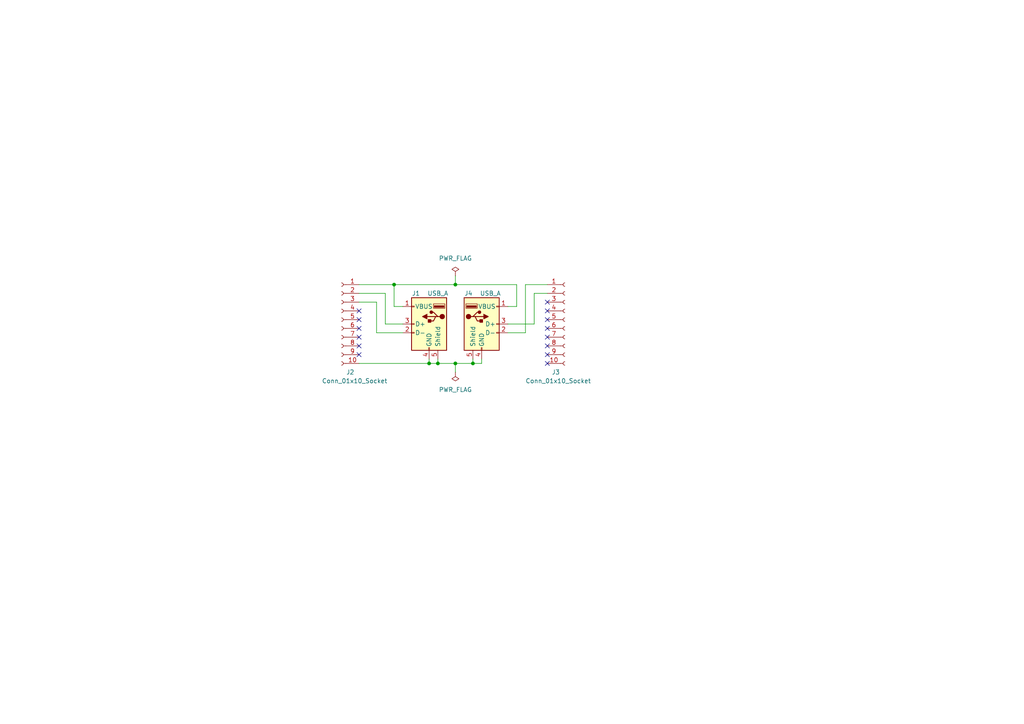
<source format=kicad_sch>
(kicad_sch (version 20230121) (generator eeschema)
  (paper "A4")
  (title_block (title "USB 2 Interface for Bitcraze Crazyflie 2.0") (date "2023-10-06") (company "Jose Ignacio Granados Marín") (comment 1 "Desarrollo de un vehículo aéreo no tripulado modular de bajo costo") (comment 2 "Trabajo Final de Graduación") (comment 3 "Área Académica de Ingeniería en Computadores") (comment 4 "Instituto Tecnológico de Costa Rica"))
  (lib_symbols
    (symbol "Connector:Conn_01x10_Socket" (pin_names (offset 1.016) hide)
      (property "Reference" "J" (at 0 12.7 0))
      (property "Value" "Conn_01x10_Socket" (at 0 -15.24 0))
      (symbol "Conn_01x10_Socket_1_1"
        (arc (start 0 -12.192) (mid -0.5058 -12.7) (end 0 -13.208) (stroke (width 0.1524)))
        (arc (start 0 -9.652) (mid -0.5058 -10.16) (end 0 -10.668) (stroke (width 0.1524)))
        (arc (start 0 -7.112) (mid -0.5058 -7.62) (end 0 -8.128) (stroke (width 0.1524)))
        (arc (start 0 -4.572) (mid -0.5058 -5.08) (end 0 -5.588) (stroke (width 0.1524)))
        (arc (start 0 -2.032) (mid -0.5058 -2.54) (end 0 -3.048) (stroke (width 0.1524)))
        (polyline (pts (xy -1.27 -12.7) (xy -0.508 -12.7)) (stroke (width 0.1524)))
        (polyline (pts (xy -1.27 -10.16) (xy -0.508 -10.16)) (stroke (width 0.1524)))
        (polyline (pts (xy -1.27 -7.62) (xy -0.508 -7.62)) (stroke (width 0.1524)))
        (polyline (pts (xy -1.27 -5.08) (xy -0.508 -5.08)) (stroke (width 0.1524)))
        (polyline (pts (xy -1.27 -2.54) (xy -0.508 -2.54)) (stroke (width 0.1524)))
        (polyline (pts (xy -1.27 0) (xy -0.508 0)) (stroke (width 0.1524)))
        (polyline (pts (xy -1.27 2.54) (xy -0.508 2.54)) (stroke (width 0.1524)))
        (polyline (pts (xy -1.27 5.08) (xy -0.508 5.08)) (stroke (width 0.1524)))
        (polyline (pts (xy -1.27 7.62) (xy -0.508 7.62)) (stroke (width 0.1524)))
        (polyline (pts (xy -1.27 10.16) (xy -0.508 10.16)) (stroke (width 0.1524)))
        (arc (start 0 0.508) (mid -0.5058 0) (end 0 -0.508) (stroke (width 0.1524)))
        (arc (start 0 3.048) (mid -0.5058 2.54) (end 0 2.032) (stroke (width 0.1524)))
        (arc (start 0 5.588) (mid -0.5058 5.08) (end 0 4.572) (stroke (width 0.1524)))
        (arc (start 0 8.128) (mid -0.5058 7.62) (end 0 7.112) (stroke (width 0.1524)))
        (arc (start 0 10.668) (mid -0.5058 10.16) (end 0 9.652) (stroke (width 0.1524)))
        (pin passive line (at -5.08 10.16 0) (length 3.81) (name "Pin_1") (number "1"))
        (pin passive line (at -5.08 -12.7 0) (length 3.81) (name "Pin_10") (number "10"))
        (pin passive line (at -5.08 7.62 0) (length 3.81) (name "Pin_2") (number "2"))
        (pin passive line (at -5.08 5.08 0) (length 3.81) (name "Pin_3") (number "3"))
        (pin passive line (at -5.08 2.54 0) (length 3.81) (name "Pin_4") (number "4"))
        (pin passive line (at -5.08 0 0) (length 3.81) (name "Pin_5") (number "5"))
        (pin passive line (at -5.08 -2.54 0) (length 3.81) (name "Pin_6") (number "6"))
        (pin passive line (at -5.08 -5.08 0) (length 3.81) (name "Pin_7") (number "7"))
        (pin passive line (at -5.08 -7.62 0) (length 3.81) (name "Pin_8") (number "8"))
        (pin passive line (at -5.08 -10.16 0) (length 3.81) (name "Pin_9") (number "9"))
      )
    )
    (symbol "Connector:USB_A" (pin_names (offset 1.016))
      (property "Reference" "J" (at -5.08 11.43 0))
      (property "Value" "USB_A" (at -5.08 8.89 0))
      (symbol "USB_A_0_1"
        (rectangle (start -5.08 -7.62) (end 5.08 7.62) (stroke (width 0.254)) (fill (type background)))
        (circle (center -3.81 2.159) (radius 0.635) (stroke (width 0.254)) (fill (type outline)))
        (rectangle (start -1.524 4.826) (end -4.318 5.334) (fill (type outline)))
        (rectangle (start -1.27 4.572) (end -4.572 5.842))
        (circle (center -0.635 3.429) (radius 0.381) (stroke (width 0.254)) (fill (type outline)))
        (rectangle (start -0.127 -7.62) (end 0.127 -6.858))
        (polyline (pts (xy -3.175 2.159) (xy -2.54 2.159) (xy -1.27 3.429) (xy -0.635 3.429)) (stroke (width 0.254)))
        (polyline (pts (xy -2.54 2.159) (xy -1.905 2.159) (xy -1.27 0.889) (xy 0 0.889)) (stroke (width 0.254)))
        (polyline (pts (xy 0.635 2.794) (xy 0.635 1.524) (xy 1.905 2.159) (xy 0.635 2.794)) (stroke (width 0.254)) (fill (type outline)))
        (rectangle (start 0.254 1.27) (end -0.508 0.508) (stroke (width 0.254)) (fill (type outline)))
        (rectangle (start 5.08 -2.667) (end 4.318 -2.413))
        (rectangle (start 5.08 -0.127) (end 4.318 0.127))
        (rectangle (start 5.08 4.953) (end 4.318 5.207))
      )
      (symbol "USB_A_1_1"
        (polyline (pts (xy -1.905 2.159) (xy 0.635 2.159)) (stroke (width 0.254)))
        (pin power_in line (at 7.62 5.08 180) (length 2.54) (name "VBUS") (number "1"))
        (pin bidirectional line (at 7.62 -2.54 180) (length 2.54) (name "D-") (number "2"))
        (pin bidirectional line (at 7.62 0 180) (length 2.54) (name "D+") (number "3"))
        (pin power_in line (at 0 -10.16 90) (length 2.54) (name "GND") (number "4"))
        (pin passive line (at -2.54 -10.16 90) (length 2.54) (name "Shield") (number "5"))
      )
    )
    (symbol "power:PWR_FLAG" (power) (pin_numbers hide) (pin_names (offset 0) hide)
      (property "Value" "PWR_FLAG" (at 0 3.81 0))
      (symbol "PWR_FLAG_0_0"
        (pin power_out line (at 0 0 90) (length 0) (name "pwr") (number "1"))
      )
      (symbol "PWR_FLAG_0_1"
        (polyline (pts (xy 0 0) (xy 0 1.27) (xy -1.016 1.905) (xy 0 2.54) (xy 1.016 1.905) (xy 0 1.27)))
      )
    )
  )
  (junction (at 114.3 82.55))
  (junction (at 124.46 105.41))
  (junction (at 132.08 105.41))
  (junction (at 127 105.41))
  (junction (at 137.16 105.41))
  (junction (at 132.08 82.55))
  (no_connect (at 104.14 90.17))
  (no_connect (at 104.14 95.25))
  (no_connect (at 158.75 87.63))
  (no_connect (at 158.75 105.41))
  (no_connect (at 104.14 102.87))
  (no_connect (at 104.14 100.33))
  (no_connect (at 158.75 102.87))
  (no_connect (at 158.75 95.25))
  (no_connect (at 158.75 97.79))
  (no_connect (at 158.75 90.17))
  (no_connect (at 104.14 92.71))
  (no_connect (at 104.14 97.79))
  (no_connect (at 158.75 92.71))
  (no_connect (at 158.75 100.33))
  (wire (pts (xy 127 104.14) (xy 127 105.41)))
  (wire (pts (xy 152.4 82.55) (xy 158.75 82.55)))
  (wire (pts (xy 116.84 96.52) (xy 109.22 96.52)))
  (wire (pts (xy 147.32 93.98) (xy 154.94 93.98)))
  (wire (pts (xy 154.94 93.98) (xy 154.94 85.09)))
  (wire (pts (xy 109.22 87.63) (xy 104.14 87.63)))
  (wire (pts (xy 139.7 105.41) (xy 137.16 105.41)))
  (wire (pts (xy 124.46 104.14) (xy 124.46 105.41)))
  (wire (pts (xy 132.08 105.41) (xy 127 105.41)))
  (wire (pts (xy 114.3 82.55) (xy 114.3 88.9)))
  (wire (pts (xy 149.86 88.9) (xy 147.32 88.9)))
  (wire (pts (xy 124.46 105.41) (xy 104.14 105.41)))
  (wire (pts (xy 137.16 104.14) (xy 137.16 105.41)))
  (wire (pts (xy 132.08 82.55) (xy 114.3 82.55)))
  (wire (pts (xy 127 105.41) (xy 124.46 105.41)))
  (wire (pts (xy 154.94 85.09) (xy 158.75 85.09)))
  (wire (pts (xy 132.08 105.41) (xy 137.16 105.41)))
  (wire (pts (xy 149.86 88.9) (xy 149.86 82.55)))
  (wire (pts (xy 152.4 96.52) (xy 152.4 82.55)))
  (wire (pts (xy 111.76 93.98) (xy 111.76 85.09)))
  (wire (pts (xy 132.08 80.01) (xy 132.08 82.55)))
  (wire (pts (xy 139.7 104.14) (xy 139.7 105.41)))
  (wire (pts (xy 116.84 93.98) (xy 111.76 93.98)))
  (wire (pts (xy 147.32 96.52) (xy 152.4 96.52)))
  (wire (pts (xy 116.84 88.9) (xy 114.3 88.9)))
  (wire (pts (xy 132.08 82.55) (xy 149.86 82.55)))
  (wire (pts (xy 111.76 85.09) (xy 104.14 85.09)))
  (wire (pts (xy 114.3 82.55) (xy 104.14 82.55)))
  (wire (pts (xy 132.08 107.95) (xy 132.08 105.41)))
  (wire (pts (xy 109.22 96.52) (xy 109.22 87.63)))
  (symbol (lib_id "power:PWR_FLAG") (at 132.08 80.01 0) (unit 1)
    (property "Reference" "#FLG02" (effects hide))
    (property "Value" "PWR_FLAG" (at 132.08 74.93 0))
  )
  (symbol (lib_id "Connector:Conn_01x10_Socket") (at 99.06 92.71 0) (mirror y) (unit 1)
    (property "Reference" "J2" (at 101.6 107.95 0))
    (property "Value" "Conn_01x10_Socket" (at 102.87 110.49 0))
    (property "Footprint" "Connector_PinSocket_2.00mm:PinSocket_1x10_P2.00mm_Vertical" (effects hide))
  )
  (symbol (lib_id "power:PWR_FLAG") (at 132.08 107.95 180) (unit 1)
    (property "Reference" "#FLG01" (effects hide))
    (property "Value" "PWR_FLAG" (at 132.08 113.03 0))
  )
  (symbol (lib_id "Connector:Conn_01x10_Socket") (at 163.83 92.71 0) (unit 1)
    (property "Reference" "J3" (at 160.02 107.95 0) (effects (justify left)))
    (property "Value" "Conn_01x10_Socket" (at 152.4 110.49 0) (effects (justify left)))
    (property "Footprint" "Connector_PinSocket_2.00mm:PinSocket_1x10_P2.00mm_Vertical" (effects hide))
  )
  (symbol (lib_id "Connector:USB_A") (at 139.7 93.98 0) (unit 1)
    (property "Reference" "J4" (at 135.89 85.09 0))
    (property "Value" "USB_A" (at 142.24 85.09 0))
    (property "Footprint" "Connector_USB:USB_A_Stewart_SS-52100-001_Horizontal" (effects hide))
    (property "Datasheet" " ~" (effects hide))
  )
  (symbol (lib_id "Connector:USB_A") (at 124.46 93.98 0) (mirror y) (unit 1)
    (property "Reference" "J1" (at 120.65 85.09 0))
    (property "Value" "USB_A" (at 127 85.09 0))
    (property "Footprint" "Connector_USB:USB_A_Stewart_SS-52100-001_Horizontal" (effects hide))
    (property "Datasheet" " ~" (effects hide))
  )
)
</source>
